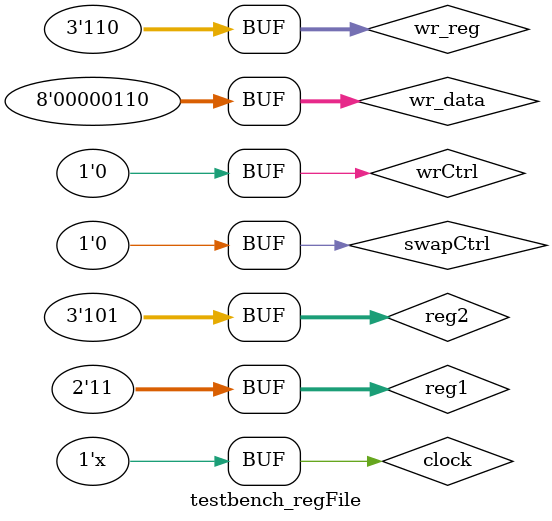
<source format=v>
module testbench_regFile();

// Declare inputs as regs and outputs as wires
reg clock;
reg wrCtrl;
reg swapCtrl;
reg [1:0] reg1;
reg [2:0] reg2;
reg [2:0] wr_reg;
reg [7:0] wr_data;

wire [7:0] regVal1;
wire [7:0] regVal2;

// Initialize all variables
initial begin

	clock = 1; 		// initial value of clock
	wrCtrl = 0;
	swapCtrl = 0;
	
	
	#10 wr_data = 8'b01010101; wr_reg = 3'b010;  wrCtrl = 1;
	#10 wrCtrl = 0; wr_data = 8'b00000000;	//Register 010 shouldn't change
	#10 wr_data = 8'b00000001; wr_reg = 3'b001;  wrCtrl = 1;
	#10 wr_data = 8'b00000010; wr_reg = 3'b010;  wrCtrl = 1;
	#10 wr_data = 8'b00000011; wr_reg = 3'b011;  wrCtrl = 1;
	#10 wr_data = 8'b00000100; wr_reg = 3'b100;  wrCtrl = 1;
	#10 wr_data = 8'b00000101; wr_reg = 3'b101;  wrCtrl = 1;
	#10 wr_data = 8'b00000110; wr_reg = 3'b110;  wrCtrl = 1;
	#10 wrCtrl = 0;
	#10 reg1 = 2'b00; reg2 = 3'b001;
	#10 reg1 = 2'b11; reg2 = 3'b101; swapCtrl = 1;
	#10 swapCtrl = 0;
end

// Clock generator
always begin
	#5 clock = ~clock; // Toggle clock every 5 ticks
	// this makes the clock cycle 10 ticks
end

// I copied this code verbatim from the alu_schematic.v that was
// generated by Quartus when I created the .v file from the .bdf.
register_file	b2v_inst(
	.clock(clock),
	.write_to_reg(wrCtrl),
	.swap_regs(swapCtrl),
	.rd_reg1(reg1),
	.rd_reg2(reg2),
	.wr_reg(wr_reg),
	.write_data(wr_data),
	.reg_val1(regVal1),
	.reg_val2(regVal2));

endmodule
</source>
